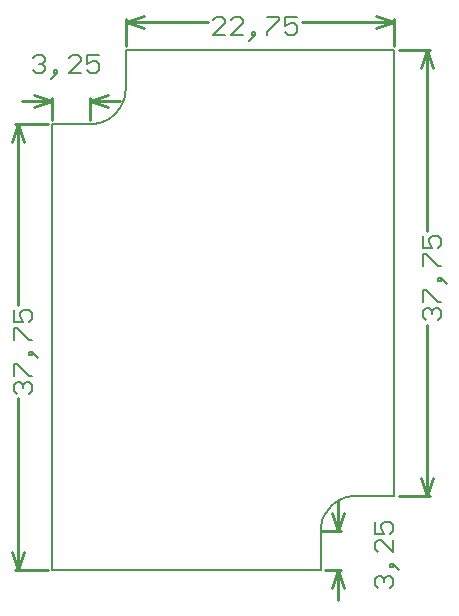
<source format=gm1>
%FSTAX36Y36*%
%MOIN*%
%SFA1B1*%

%IPPOS*%
%ADD17C,0.007870*%
%ADD21C,0.010000*%
%ADD32C,0.006000*%
%LNpcb1-1*%
%LPD*%
G54D17*
X00001969Y00101378D02*
D01*
X000027928Y001014067*
X000036127Y001014929*
X000044246Y00101636*
X000052245Y001018355*
X000060085Y001020902*
X000067729Y001023991*
X000075139Y001027605*
X000082278Y001031727*
X000089113Y001036337*
X000095609Y001041412*
X000101736Y001046928*
X000107462Y001052858*
X000112761Y001059174*
X000117607Y001065843*
X000121976Y001072835*
X000125846Y001080113*
X000129199Y001087645*
X000132019Y001095392*
X000134291Y001103316*
X000136005Y00111138*
X000137152Y001119544*
X000137728Y001127768*
X0001378Y00113189*
X00090551Y-00022638D02*
D01*
X000897271Y-000226667*
X000889072Y-000227529*
X000880953Y-00022896*
X000872954Y-000230955*
X000865114Y-000233502*
X00085747Y-000236591*
X00085006Y-000240205*
X000842921Y-000244327*
X000836086Y-000248937*
X00082959Y-000254012*
X000823463Y-000259528*
X000817737Y-000265458*
X000812438Y-000271774*
X000807592Y-000278443*
X000803223Y-000285435*
X000799353Y-000292713*
X000796Y-000300245*
X00079318Y-000307992*
X000790908Y-000315916*
X000789194Y-00032398*
X000788047Y-000332144*
X000787471Y-000340368*
X0007874Y-00034449*
X-00010827Y-00047244D02*
Y-00030394D01*
X0001378Y00113189D02*
Y00125984D01*
X-00010827Y00101378D02*
X00001969D01*
X-00010827Y-00030394D02*
Y00101378D01*
X0001378Y00125984D02*
X00103347D01*
Y-00022638D02*
Y00125984D01*
X-00010827Y-00047244D02*
X0007874D01*
X00090551Y-00022638D02*
X00103347D01*
X0007874Y-00047244D02*
Y-00034449D01*
G54D21*
X00103347Y00127378D02*
Y00136512D01*
X0001378Y00127378D02*
Y00136512D01*
X00072558Y00135512D02*
X00103347D01*
X0001378D02*
X00041368D01*
X00097347Y00137512D02*
X00103347Y00135512D01*
X00097347Y00133512D02*
X00103347Y00135512D01*
X0001378D02*
X0001978Y00133512D01*
X0001378Y00135512D02*
X0001978Y00137512D01*
X-00022968Y-00047244D02*
X-0001222D01*
X-00022968Y00101378D02*
X-0001222D01*
X-00021969Y-00047244D02*
Y00009871D01*
Y00041062D02*
Y00101378D01*
Y-00047244D02*
X-00019969Y-00041244D01*
X-00023968D02*
X-00021969Y-00047244D01*
X-00023968Y00095378D02*
X-00021969Y00101378D01*
X-00019969Y00095378*
X0010474Y00125984D02*
X0011537D01*
X0010474Y-00022638D02*
X0011537D01*
X0011437Y00065669D02*
Y00125984D01*
Y-00022638D02*
Y00034478D01*
X0011237Y00119984D02*
X0011437Y00125984D01*
X0011637Y00119984*
X0011437Y-00022638D02*
X0011637Y-00016638D01*
X0011237D02*
X0011437Y-00022638D01*
X0007874Y-00034449D02*
X00085606D01*
X00080134Y-00047244D02*
X00085606D01*
X00084606Y-00057244D02*
Y-00047244D01*
Y-00034449D02*
Y-00024449D01*
X00082606Y-00053244D02*
X00084606Y-00047244D01*
X00086606Y-00053244*
X00084606Y-00034449D02*
X00086606Y-00028449D01*
X00082606D02*
X00084606Y-00034449D01*
X00001969Y00102772D02*
Y00110173D01*
X-00010827Y00102772D02*
Y00110173D01*
X-00020827Y00109173D02*
X-00010827D01*
X00001969D02*
X00011969D01*
X-00016827Y00111173D02*
X-00010827Y00109173D01*
X-00016827Y00107173D02*
X-00010827Y00109173D01*
X00001969D02*
X00007969Y00107173D01*
X00001969Y00109173D02*
X00007969Y00111173D01*
G54D32*
X00046966Y00130913D02*
X00042968D01*
X00046966Y00134912*
Y00135912*
X00045967Y00136911*
X00043967*
X00042968Y00135912*
X00052964Y00130913D02*
X00048966D01*
X00052964Y00134912*
Y00135912*
X00051965Y00136911*
X00049965*
X00048966Y00135912*
X00055963Y00129913D02*
X00056963Y00130913D01*
Y00131913*
X00055963*
Y00130913*
X00056963*
X00055963Y00129913*
X00054964Y00128914*
X00060962Y00136911D02*
X0006496D01*
Y00135912*
X00060962Y00131913*
Y00130913*
X00070959Y00136911D02*
X0006696D01*
Y00133912*
X00068959Y00134912*
X00069959*
X00070959Y00133912*
Y00131913*
X00069959Y00130913*
X00067959*
X0006696Y00131913*
X-00022368Y00011472D02*
X-00023368Y00012471D01*
Y0001447*
X-00022368Y0001547*
X-00021369*
X-00020369Y0001447*
Y00013471*
Y0001447*
X-00019369Y0001547*
X-0001837*
X-0001737Y0001447*
Y00012471*
X-0001837Y00011472*
X-00023368Y0001747D02*
Y00021468D01*
X-00022368*
X-0001837Y0001747*
X-0001737*
X-0001637Y00024467D02*
X-0001737Y00025467D01*
X-0001837*
Y00024467*
X-0001737*
Y00025467*
X-0001637Y00024467*
X-0001537Y00023468*
X-00023368Y00029466D02*
Y00033464D01*
X-00022368*
X-0001837Y00029466*
X-0001737*
X-00023368Y00039462D02*
Y00035464D01*
X-00020369*
X-00021369Y00037463*
Y00038463*
X-00020369Y00039462*
X-0001837*
X-0001737Y00038463*
Y00036463*
X-0001837Y00035464*
X0011397Y00036078D02*
X00112971Y00037077D01*
Y00039077*
X0011397Y00040077*
X0011497*
X0011597Y00039077*
Y00038077*
Y00039077*
X00116969Y00040077*
X00117969*
X00118969Y00039077*
Y00037077*
X00117969Y00036078*
X00112971Y00042076D02*
Y00046075D01*
X0011397*
X00117969Y00042076*
X00118969*
X00119968Y00049074D02*
X00118969Y00050073D01*
X00117969*
Y00049074*
X00118969*
Y00050073*
X00119968Y00049074*
X00120968Y00048074*
X00112971Y00054072D02*
Y00058071D01*
X0011397*
X00117969Y00054072*
X00118969*
X00112971Y00064069D02*
Y0006007D01*
X0011597*
X0011497Y00062069*
Y00063069*
X0011597Y00064069*
X00117969*
X00118969Y00063069*
Y0006107*
X00117969Y0006007*
X00098003Y-00053443D02*
X00097003Y-00052443D01*
Y-00050444*
X00098003Y-00049444*
X00099002*
X00100002Y-00050444*
Y-00051444*
Y-00050444*
X00101002Y-00049444*
X00102001*
X00103001Y-00050444*
Y-00052443*
X00102001Y-00053443*
X00104001Y-00046445D02*
X00103001Y-00045445D01*
X00102001*
Y-00046445*
X00103001*
Y-00045445*
X00104001Y-00046445*
X00105Y-00047445*
X00103001Y-00037448D02*
Y-00041447D01*
X00099002Y-00037448*
X00098003*
X00097003Y-00038448*
Y-00040447*
X00098003Y-00041447*
X00097003Y-0003145D02*
Y-00035449D01*
X00100002*
X00099002Y-00033449*
Y-0003245*
X00100002Y-0003145*
X00102001*
X00103001Y-0003245*
Y-00034449*
X00102001Y-00035449*
X-00017026Y00123369D02*
X-00016026Y00124369D01*
X-00014027*
X-00013027Y00123369*
Y00122369*
X-00014027Y0012137*
X-00015026*
X-00014027*
X-00013027Y0012037*
Y0011937*
X-00014027Y00118371*
X-00016026*
X-00017026Y0011937*
X-00010028Y00117371D02*
X-00009028Y00118371D01*
Y0011937*
X-00010028*
Y00118371*
X-00009028*
X-00010028Y00117371*
X-00011028Y00116371*
X-00001031Y00118371D02*
X-00005029D01*
X-00001031Y00122369*
Y00123369*
X-0000203Y00124369*
X-0000403*
X-00005029Y00123369*
X00004967Y00124369D02*
X00000969D01*
Y0012137*
X00002968Y00122369*
X00003968*
X00004967Y0012137*
Y0011937*
X00003968Y00118371*
X00001968*
X00000969Y0011937*
M02*
</source>
